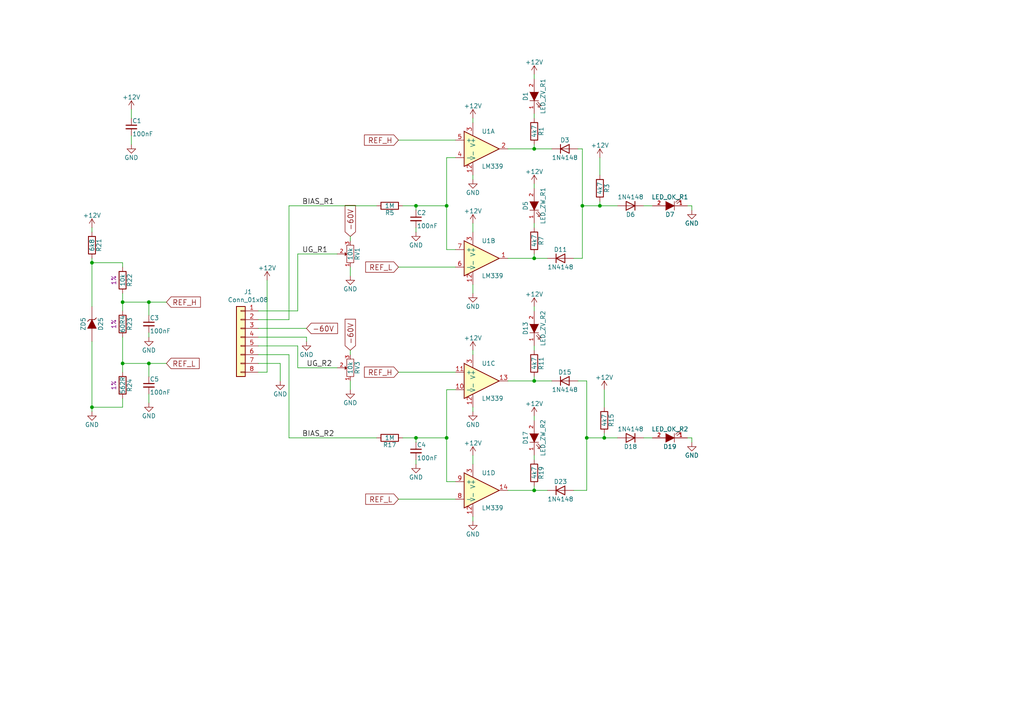
<source format=kicad_sch>
(kicad_sch (version 20211123) (generator eeschema)
  (paper "A4")
  (title_block (title "KT88 Bias Board") (date "2021-03-29") (rev "1.0") (company "Daniel Walter") (comment 1 "fordprfkt@googlemail.com"))
  (lib_symbols
    (symbol "Bias-rescue:LED-RESCUE-Bias" (pin_names (offset 1.016) hide)
      (property "Reference" "D" (at 0 2.54 0))
      (property "Value" "LED-RESCUE-Bias" (at 0 -2.54 0))
      (symbol "LED-RESCUE-Bias_0_1"
        (polyline (pts (xy -1.27 1.27) (xy -1.27 -1.27)))
        (polyline (pts (xy -2.032 -0.635) (xy -3.175 -1.651) (xy -3.048 -1.016)))
        (polyline (pts (xy -1.651 -1.016) (xy -2.794 -2.032) (xy -2.667 -1.397)))
        (polyline (pts (xy 1.27 1.27) (xy -1.27 0) (xy 1.27 -1.27)) (fill (type outline)))
      )
      (symbol "LED-RESCUE-Bias_1_1"
        (pin passive line (at -5.08 0 0) (length 3.81) (name "K") (number "1"))
        (pin passive line (at 5.08 0 180) (length 3.81) (name "A") (number "2"))
      )
    )
    (symbol "Bias-rescue:LM339"
      (property "Reference" "U" (at 0 5.08 0))
      (property "Value" "LM339" (at 0 -5.08 0))
      (symbol "LM339_0_1"
        (polyline (pts (xy -5.08 5.08) (xy 5.08 0) (xy -5.08 -5.08) (xy -5.08 5.08)) (stroke (width 0.254)) (fill (type background)))
        (pin power_in line (at -2.54 -7.62 90) (length 3.81) (name "V-") (number "12"))
        (pin power_in line (at -2.54 7.62 270) (length 3.81) (name "V+") (number "3"))
      )
      (symbol "LM339_1_1"
        (pin open_collector line (at 7.62 0 180) (length 2.54) (name "~") (number "2"))
        (pin input line (at -7.62 -2.54 0) (length 2.54) (name "-") (number "4"))
        (pin input line (at -7.62 2.54 0) (length 2.54) (name "+") (number "5"))
      )
      (symbol "LM339_2_1"
        (pin open_collector line (at 7.62 0 180) (length 2.54) (name "~") (number "1"))
        (pin input line (at -7.62 -2.54 0) (length 2.54) (name "-") (number "6"))
        (pin input line (at -7.62 2.54 0) (length 2.54) (name "+") (number "7"))
      )
      (symbol "LM339_3_1"
        (pin input line (at -7.62 -2.54 0) (length 2.54) (name "-") (number "10"))
        (pin input line (at -7.62 2.54 0) (length 2.54) (name "+") (number "11"))
        (pin open_collector line (at 7.62 0 180) (length 2.54) (name "~") (number "13"))
      )
      (symbol "LM339_4_1"
        (pin open_collector line (at 7.62 0 180) (length 2.54) (name "~") (number "14"))
        (pin input line (at -7.62 -2.54 0) (length 2.54) (name "-") (number "8"))
        (pin input line (at -7.62 2.54 0) (length 2.54) (name "+") (number "9"))
      )
    )
    (symbol "Bias-rescue:POT-RESCUE-Bias" (pin_names (offset 1.016) hide)
      (property "Reference" "RV" (at 0 -2.032 0))
      (property "Value" "POT-RESCUE-Bias" (at 0 0 0))
      (symbol "POT-RESCUE-Bias_0_1"
        (rectangle (start -2.54 1.016) (end 2.54 -1.016))
        (polyline (pts (xy 0 1.016) (xy -0.508 1.524) (xy 0.508 1.524)) (fill (type outline)))
      )
      (symbol "POT-RESCUE-Bias_1_1"
        (pin passive line (at -3.81 0 0) (length 1.27) (name "1") (number "1"))
        (pin passive line (at 0 3.81 270) (length 2.54) (name "2") (number "2"))
        (pin passive line (at 3.81 0 180) (length 1.27) (name "3") (number "3"))
      )
    )
    (symbol "Bias-rescue:ZENER" (pin_numbers hide) (pin_names (offset 1.016) hide)
      (property "Reference" "D" (at 0 2.54 0))
      (property "Value" "ZENER" (at 0 -2.54 0))
      (symbol "ZENER_0_1"
        (polyline (pts (xy -1.778 1.27) (xy -1.27 0.762) (xy -1.27 -0.762) (xy -0.762 -1.27) (xy -0.762 -1.27)) (stroke (width 0.2032)))
        (polyline (pts (xy -1.27 0) (xy 1.27 1.27) (xy 1.27 -1.27) (xy -1.27 0) (xy -1.27 0)) (fill (type outline)))
      )
      (symbol "ZENER_1_1"
        (pin passive line (at -5.08 0 0) (length 3.81) (name "K") (number "1"))
        (pin passive line (at 5.08 0 180) (length 3.81) (name "A") (number "2"))
      )
    )
    (symbol "Connector_Generic:Conn_01x08" (pin_names (offset 1.016) hide)
      (property "Reference" "J" (at 0 10.16 0))
      (property "Value" "Conn_01x08" (at 0 -12.7 0))
      (symbol "Conn_01x08_1_1"
        (rectangle (start -1.27 -10.033) (end 0 -10.287) (stroke (width 0.1524)))
        (rectangle (start -1.27 -7.493) (end 0 -7.747) (stroke (width 0.1524)))
        (rectangle (start -1.27 -4.953) (end 0 -5.207) (stroke (width 0.1524)))
        (rectangle (start -1.27 -2.413) (end 0 -2.667) (stroke (width 0.1524)))
        (rectangle (start -1.27 0.127) (end 0 -0.127) (stroke (width 0.1524)))
        (rectangle (start -1.27 2.667) (end 0 2.413) (stroke (width 0.1524)))
        (rectangle (start -1.27 5.207) (end 0 4.953) (stroke (width 0.1524)))
        (rectangle (start -1.27 7.747) (end 0 7.493) (stroke (width 0.1524)))
        (rectangle (start -1.27 8.89) (end 1.27 -11.43) (stroke (width 0.254)) (fill (type background)))
        (pin passive line (at -5.08 7.62 0) (length 3.81) (name "Pin_1") (number "1"))
        (pin passive line (at -5.08 5.08 0) (length 3.81) (name "Pin_2") (number "2"))
        (pin passive line (at -5.08 2.54 0) (length 3.81) (name "Pin_3") (number "3"))
        (pin passive line (at -5.08 0 0) (length 3.81) (name "Pin_4") (number "4"))
        (pin passive line (at -5.08 -2.54 0) (length 3.81) (name "Pin_5") (number "5"))
        (pin passive line (at -5.08 -5.08 0) (length 3.81) (name "Pin_6") (number "6"))
        (pin passive line (at -5.08 -7.62 0) (length 3.81) (name "Pin_7") (number "7"))
        (pin passive line (at -5.08 -10.16 0) (length 3.81) (name "Pin_8") (number "8"))
      )
    )
    (symbol "Device:C_Small" (pin_numbers hide) (pin_names (offset 0.254) hide)
      (property "Reference" "C" (at 0.254 1.778 0))
      (property "Value" "C_Small" (at 0.254 -2.032 0))
      (symbol "C_Small_0_1"
        (polyline (pts (xy -1.524 -0.508) (xy 1.524 -0.508)) (stroke (width 0.3302)))
        (polyline (pts (xy -1.524 0.508) (xy 1.524 0.508)) (stroke (width 0.3048)))
      )
      (symbol "C_Small_1_1"
        (pin passive line (at 0 2.54 270) (length 2.032) (name "~") (number "1"))
        (pin passive line (at 0 -2.54 90) (length 2.032) (name "~") (number "2"))
      )
    )
    (symbol "Device:D" (pin_numbers hide) (pin_names (offset 1.016) hide)
      (property "Reference" "D" (at 0 2.54 0))
      (property "Value" "D" (at 0 -2.54 0))
      (symbol "D_0_1"
        (polyline (pts (xy -1.27 1.27) (xy -1.27 -1.27)) (stroke (width 0.254)))
        (polyline (pts (xy 1.27 0) (xy -1.27 0)))
        (polyline (pts (xy 1.27 1.27) (xy 1.27 -1.27) (xy -1.27 0) (xy 1.27 1.27)) (stroke (width 0.254)))
      )
      (symbol "D_1_1"
        (pin passive line (at -3.81 0 0) (length 2.54) (name "K") (number "1"))
        (pin passive line (at 3.81 0 180) (length 2.54) (name "A") (number "2"))
      )
    )
    (symbol "Device:R" (pin_numbers hide) (pin_names (offset 0))
      (property "Reference" "R" (at 2.032 0 90))
      (property "Value" "R" (at 0 0 90))
      (symbol "R_0_1"
        (rectangle (start -1.016 -2.54) (end 1.016 2.54) (stroke (width 0.254)))
      )
      (symbol "R_1_1"
        (pin passive line (at 0 3.81 270) (length 1.27) (name "~") (number "1"))
        (pin passive line (at 0 -3.81 90) (length 1.27) (name "~") (number "2"))
      )
    )
    (symbol "power:+12V" (power) (pin_names (offset 0))
      (property "Value" "+12V" (at 0 3.556 0))
      (symbol "+12V_0_1"
        (polyline (pts (xy -0.762 1.27) (xy 0 2.54)))
        (polyline (pts (xy 0 0) (xy 0 2.54)))
        (polyline (pts (xy 0 2.54) (xy 0.762 1.27)))
      )
      (symbol "+12V_1_1"
        (pin power_in line (at 0 0 90) (length 0) hide (name "+12V") (number "1"))
      )
    )
    (symbol "power:GND" (power) (pin_names (offset 0))
      (property "Value" "GND" (at 0 -3.81 0))
      (symbol "GND_0_1"
        (polyline (pts (xy 0 0) (xy 0 -1.27) (xy 1.27 -1.27) (xy 0 -2.54) (xy -1.27 -1.27) (xy 0 -1.27)))
      )
      (symbol "GND_1_1"
        (pin power_in line (at 0 0 270) (length 0) hide (name "GND") (number "1"))
      )
    )
  )
  (junction (at 26.67 118.11))
  (junction (at 154.94 74.93))
  (junction (at 43.18 87.63))
  (junction (at 120.65 59.69))
  (junction (at 35.56 87.63))
  (junction (at 168.91 59.69))
  (junction (at 154.94 110.49))
  (junction (at 129.54 127))
  (junction (at 154.94 142.24))
  (junction (at 35.56 105.41))
  (junction (at 170.18 127))
  (junction (at 154.94 43.18))
  (junction (at 120.65 127))
  (junction (at 43.18 105.41))
  (junction (at 173.99 59.69))
  (junction (at 26.67 76.2))
  (junction (at 129.54 59.69))
  (junction (at 175.26 127))
  (wire (pts (xy 77.47 107.95) (xy 77.47 81.28)))
  (wire (pts (xy 168.91 74.93) (xy 166.37 74.93)))
  (wire (pts (xy 120.65 127) (xy 129.54 127)))
  (wire (pts (xy 35.56 115.57) (xy 35.56 118.11)))
  (wire (pts (xy 154.94 41.91) (xy 154.94 43.18)))
  (wire (pts (xy 43.18 105.41) (xy 48.26 105.41)))
  (wire (pts (xy 74.93 107.95) (xy 77.47 107.95)))
  (wire (pts (xy 154.94 74.93) (xy 158.75 74.93)))
  (wire (pts (xy 101.6 110.49) (xy 101.6 113.03)))
  (wire (pts (xy 173.99 50.8) (xy 173.99 45.72)))
  (wire (pts (xy 101.6 77.47) (xy 101.6 80.01)))
  (wire (pts (xy 83.82 92.71) (xy 74.93 92.71)))
  (wire (pts (xy 35.56 105.41) (xy 35.56 107.95)))
  (wire (pts (xy 170.18 110.49) (xy 170.18 127)))
  (wire (pts (xy 129.54 72.39) (xy 132.08 72.39)))
  (wire (pts (xy 154.94 140.97) (xy 154.94 142.24)))
  (wire (pts (xy 35.56 77.47) (xy 35.56 76.2)))
  (wire (pts (xy 129.54 59.69) (xy 129.54 72.39)))
  (wire (pts (xy 116.84 127) (xy 120.65 127)))
  (wire (pts (xy 137.16 151.13) (xy 137.16 149.86)))
  (wire (pts (xy 38.1 31.75) (xy 38.1 34.29)))
  (wire (pts (xy 186.69 59.69) (xy 189.23 59.69)))
  (wire (pts (xy 137.16 52.07) (xy 137.16 50.8)))
  (wire (pts (xy 115.57 107.95) (xy 132.08 107.95)))
  (wire (pts (xy 137.16 64.77) (xy 137.16 67.31)))
  (wire (pts (xy 74.93 100.33) (xy 86.36 100.33)))
  (wire (pts (xy 83.82 102.87) (xy 83.82 127)))
  (wire (pts (xy 129.54 45.72) (xy 129.54 59.69)))
  (wire (pts (xy 26.67 99.06) (xy 26.67 118.11)))
  (wire (pts (xy 26.67 66.04) (xy 26.67 67.31)))
  (wire (pts (xy 116.84 59.69) (xy 120.65 59.69)))
  (wire (pts (xy 175.26 118.11) (xy 175.26 113.03)))
  (wire (pts (xy 154.94 53.34) (xy 154.94 54.61)))
  (wire (pts (xy 101.6 68.58) (xy 101.6 69.85)))
  (wire (pts (xy 137.16 101.6) (xy 137.16 102.87)))
  (wire (pts (xy 74.93 102.87) (xy 83.82 102.87)))
  (wire (pts (xy 35.56 87.63) (xy 35.56 90.17)))
  (wire (pts (xy 115.57 77.47) (xy 132.08 77.47)))
  (wire (pts (xy 35.56 76.2) (xy 26.67 76.2)))
  (wire (pts (xy 154.94 73.66) (xy 154.94 74.93)))
  (wire (pts (xy 173.99 59.69) (xy 179.07 59.69)))
  (wire (pts (xy 137.16 85.09) (xy 137.16 82.55)))
  (wire (pts (xy 35.56 97.79) (xy 35.56 105.41)))
  (wire (pts (xy 200.66 127) (xy 200.66 128.27)))
  (wire (pts (xy 137.16 34.29) (xy 137.16 35.56)))
  (wire (pts (xy 83.82 127) (xy 109.22 127)))
  (wire (pts (xy 43.18 91.44) (xy 43.18 87.63)))
  (wire (pts (xy 173.99 58.42) (xy 173.99 59.69)))
  (wire (pts (xy 115.57 40.64) (xy 132.08 40.64)))
  (wire (pts (xy 154.94 101.6) (xy 154.94 100.33)))
  (wire (pts (xy 154.94 64.77) (xy 154.94 66.04)))
  (wire (pts (xy 186.69 127) (xy 189.23 127)))
  (wire (pts (xy 168.91 59.69) (xy 168.91 74.93)))
  (wire (pts (xy 132.08 45.72) (xy 129.54 45.72)))
  (wire (pts (xy 83.82 59.69) (xy 109.22 59.69)))
  (wire (pts (xy 120.65 59.69) (xy 129.54 59.69)))
  (wire (pts (xy 35.56 87.63) (xy 43.18 87.63)))
  (wire (pts (xy 170.18 127) (xy 170.18 142.24)))
  (wire (pts (xy 35.56 85.09) (xy 35.56 87.63)))
  (wire (pts (xy 154.94 120.65) (xy 154.94 121.92)))
  (wire (pts (xy 167.64 110.49) (xy 170.18 110.49)))
  (wire (pts (xy 132.08 113.03) (xy 129.54 113.03)))
  (wire (pts (xy 74.93 90.17) (xy 86.36 90.17)))
  (wire (pts (xy 147.32 74.93) (xy 154.94 74.93)))
  (wire (pts (xy 26.67 74.93) (xy 26.67 76.2)))
  (wire (pts (xy 115.57 144.78) (xy 132.08 144.78)))
  (wire (pts (xy 167.64 43.18) (xy 168.91 43.18)))
  (wire (pts (xy 35.56 118.11) (xy 26.67 118.11)))
  (wire (pts (xy 154.94 88.9) (xy 154.94 90.17)))
  (wire (pts (xy 168.91 59.69) (xy 173.99 59.69)))
  (wire (pts (xy 129.54 113.03) (xy 129.54 127)))
  (wire (pts (xy 38.1 39.37) (xy 38.1 41.91)))
  (wire (pts (xy 147.32 43.18) (xy 154.94 43.18)))
  (wire (pts (xy 147.32 110.49) (xy 154.94 110.49)))
  (wire (pts (xy 81.28 110.49) (xy 81.28 105.41)))
  (wire (pts (xy 154.94 132.08) (xy 154.94 133.35)))
  (wire (pts (xy 154.94 109.22) (xy 154.94 110.49)))
  (wire (pts (xy 199.39 59.69) (xy 200.66 59.69)))
  (wire (pts (xy 101.6 101.6) (xy 101.6 102.87)))
  (wire (pts (xy 154.94 142.24) (xy 158.75 142.24)))
  (wire (pts (xy 154.94 21.59) (xy 154.94 22.86)))
  (wire (pts (xy 129.54 127) (xy 129.54 139.7)))
  (wire (pts (xy 26.67 118.11) (xy 26.67 119.38)))
  (wire (pts (xy 120.65 66.04) (xy 120.65 67.31)))
  (wire (pts (xy 120.65 133.35) (xy 120.65 134.62)))
  (wire (pts (xy 26.67 76.2) (xy 26.67 88.9)))
  (wire (pts (xy 129.54 139.7) (xy 132.08 139.7)))
  (wire (pts (xy 199.39 127) (xy 200.66 127)))
  (wire (pts (xy 175.26 127) (xy 179.07 127)))
  (wire (pts (xy 170.18 142.24) (xy 166.37 142.24)))
  (wire (pts (xy 74.93 97.79) (xy 88.9 97.79)))
  (wire (pts (xy 137.16 132.08) (xy 137.16 134.62)))
  (wire (pts (xy 154.94 34.29) (xy 154.94 33.02)))
  (wire (pts (xy 86.36 106.68) (xy 97.79 106.68)))
  (wire (pts (xy 86.36 100.33) (xy 86.36 106.68)))
  (wire (pts (xy 83.82 59.69) (xy 83.82 92.71)))
  (wire (pts (xy 74.93 95.25) (xy 88.9 95.25)))
  (wire (pts (xy 120.65 128.27) (xy 120.65 127)))
  (wire (pts (xy 43.18 87.63) (xy 48.26 87.63)))
  (wire (pts (xy 175.26 125.73) (xy 175.26 127)))
  (wire (pts (xy 147.32 142.24) (xy 154.94 142.24)))
  (wire (pts (xy 168.91 43.18) (xy 168.91 59.69)))
  (wire (pts (xy 154.94 43.18) (xy 160.02 43.18)))
  (wire (pts (xy 170.18 127) (xy 175.26 127)))
  (wire (pts (xy 86.36 90.17) (xy 86.36 73.66)))
  (wire (pts (xy 88.9 97.79) (xy 88.9 99.06)))
  (wire (pts (xy 35.56 105.41) (xy 43.18 105.41)))
  (wire (pts (xy 120.65 60.96) (xy 120.65 59.69)))
  (wire (pts (xy 43.18 97.79) (xy 43.18 96.52)))
  (wire (pts (xy 200.66 59.69) (xy 200.66 60.96)))
  (wire (pts (xy 137.16 119.38) (xy 137.16 118.11)))
  (wire (pts (xy 43.18 116.84) (xy 43.18 114.3)))
  (wire (pts (xy 154.94 110.49) (xy 160.02 110.49)))
  (wire (pts (xy 81.28 105.41) (xy 74.93 105.41)))
  (wire (pts (xy 43.18 109.22) (xy 43.18 105.41)))
  (wire (pts (xy 86.36 73.66) (xy 97.79 73.66)))
  (label "UG_R1" (at 87.63 73.66 0) (effects (font (size 1.524 1.524))))
  (label "UG_R2" (at 88.9 106.68 0) (effects (font (size 1.524 1.524))))
  (label "BIAS_R2" (at 87.63 127 0) (effects (font (size 1.524 1.524))))
  (label "BIAS_R1" (at 87.63 59.69 0) (effects (font (size 1.524 1.524))))
  (global_label "REF_L" (shape input) (at 115.57 144.78 180) (effects (font (size 1.524 1.524))) (property "Intersheet References" "${INTERSHEET_REFS}" (effects hide)))
  (global_label "REF_L" (shape input) (at 48.26 105.41 0) (effects (font (size 1.524 1.524))) (property "Intersheet References" "${INTERSHEET_REFS}" (effects hide)))
  (global_label "REF_H" (shape input) (at 48.26 87.63 0) (effects (font (size 1.524 1.524))) (property "Intersheet References" "${INTERSHEET_REFS}" (effects hide)))
  (global_label "REF_H" (shape input) (at 115.57 107.95 180) (effects (font (size 1.524 1.524))) (property "Intersheet References" "${INTERSHEET_REFS}" (effects hide)))
  (global_label "REF_L" (shape input) (at 115.57 77.47 180) (effects (font (size 1.524 1.524))) (property "Intersheet References" "${INTERSHEET_REFS}" (effects hide)))
  (global_label "-60V" (shape input) (at 101.6 101.6 90) (effects (font (size 1.524 1.524))) (property "Intersheet References" "${INTERSHEET_REFS}" (effects hide)))
  (global_label "REF_H" (shape input) (at 115.57 40.64 180) (effects (font (size 1.524 1.524))) (property "Intersheet References" "${INTERSHEET_REFS}" (effects hide)))
  (global_label "-60V" (shape input) (at 88.9 95.25 0) (effects (font (size 1.524 1.524))) (property "Intersheet References" "${INTERSHEET_REFS}" (effects hide)))
  (global_label "-60V" (shape input) (at 101.6 68.58 90) (effects (font (size 1.524 1.524))) (property "Intersheet References" "${INTERSHEET_REFS}" (effects hide)))
  (symbol (lib_id "power:+12V") (at 38.1 31.75 0) (unit 1)
    (property "Reference" "#PWR03" (effects hide))
    (property "Value" "+12V" (at 38.1 28.194 0))
  )
  (symbol (lib_id "power:GND") (at 38.1 41.91 0) (unit 1)
    (property "Reference" "#PWR04" (effects hide))
    (property "Value" "GND" (at 38.1 45.72 0))
  )
  (symbol (lib_id "Bias-rescue:LM339") (at 139.7 43.18 0) (unit 1)
    (property "Reference" "U1" (at 139.7 38.1 0) (effects (justify left)))
    (property "Value" "LM339" (at 139.7 48.26 0) (effects (justify left)))
    (property "Footprint" "Package_DIP:DIP-14_W7.62mm" (effects hide))
  )
  (symbol (lib_id "Bias-rescue:LM339") (at 139.7 110.49 0) (unit 3)
    (property "Reference" "U1" (at 139.7 105.41 0) (effects (justify left)))
    (property "Value" "LM339" (at 139.7 115.57 0) (effects (justify left)))
    (property "Footprint" "Package_DIP:DIP-14_W7.62mm" (effects hide))
  )
  (symbol (lib_id "Device:R") (at 113.03 59.69 270) (unit 1)
    (property "Reference" "R5" (at 113.03 61.722 90))
    (property "Value" "1M" (at 113.03 59.69 90))
    (property "Footprint" "Resistor_THT:R_Axial_DIN0207_L6.3mm_D2.5mm_P10.16mm_Horizontal" (effects hide))
  )
  (symbol (lib_id "Device:C_Small") (at 120.65 63.5 0) (unit 1)
    (property "Reference" "C2" (at 120.904 61.722 0) (effects (justify left)))
    (property "Value" "100nF" (at 120.904 65.532 0) (effects (justify left)))
    (property "Footprint" "Capacitor_THT:C_Disc_D3.0mm_W2.0mm_P2.50mm" (effects hide))
  )
  (symbol (lib_id "power:GND") (at 137.16 52.07 0) (unit 1)
    (property "Reference" "#PWR015" (effects hide))
    (property "Value" "GND" (at 137.16 55.88 0))
  )
  (symbol (lib_id "power:+12V") (at 137.16 34.29 0) (unit 1)
    (property "Reference" "#PWR014" (effects hide))
    (property "Value" "+12V" (at 137.16 30.734 0))
  )
  (symbol (lib_id "Device:R") (at 154.94 38.1 0) (unit 1)
    (property "Reference" "R1" (at 156.972 38.1 90))
    (property "Value" "4k7" (at 154.94 38.1 90))
    (property "Footprint" "Resistor_THT:R_Axial_DIN0207_L6.3mm_D2.5mm_P10.16mm_Horizontal" (effects hide))
  )
  (symbol (lib_id "Bias-rescue:LED-RESCUE-Bias") (at 154.94 27.94 90) (unit 1)
    (property "Reference" "D1" (at 152.4 27.94 0))
    (property "Value" "LED_ZV_R1" (at 157.48 27.94 0))
    (property "Footprint" "LED_THT:LED_D3.0mm" (effects hide))
  )
  (symbol (lib_id "power:+12V") (at 154.94 21.59 0) (unit 1)
    (property "Reference" "#PWR022" (effects hide))
    (property "Value" "+12V" (at 154.94 18.034 0))
  )
  (symbol (lib_id "Device:R") (at 154.94 69.85 0) (unit 1)
    (property "Reference" "R7" (at 156.972 69.85 90))
    (property "Value" "4k7" (at 154.94 69.85 90))
    (property "Footprint" "Resistor_THT:R_Axial_DIN0207_L6.3mm_D2.5mm_P10.16mm_Horizontal" (effects hide))
  )
  (symbol (lib_id "Bias-rescue:LED-RESCUE-Bias") (at 154.94 59.69 90) (unit 1)
    (property "Reference" "D5" (at 152.4 59.69 0))
    (property "Value" "LED_ZW_R1" (at 157.48 59.69 0))
    (property "Footprint" "LED_THT:LED_D3.0mm" (effects hide))
  )
  (symbol (lib_id "power:+12V") (at 154.94 53.34 0) (unit 1)
    (property "Reference" "#PWR023" (effects hide))
    (property "Value" "+12V" (at 154.94 49.784 0))
  )
  (symbol (lib_id "Device:D") (at 163.83 43.18 0) (unit 1)
    (property "Reference" "D3" (at 163.83 40.64 0))
    (property "Value" "1N4148" (at 163.83 45.72 0))
    (property "Footprint" "Diode_THT:D_DO-35_SOD27_P10.16mm_Horizontal" (effects hide))
  )
  (symbol (lib_id "Device:D") (at 162.56 74.93 0) (unit 1)
    (property "Reference" "D11" (at 162.56 72.39 0))
    (property "Value" "1N4148" (at 162.56 77.47 0))
    (property "Footprint" "Diode_THT:D_DO-35_SOD27_P10.16mm_Horizontal" (effects hide))
  )
  (symbol (lib_id "Device:R") (at 173.99 54.61 0) (unit 1)
    (property "Reference" "R3" (at 176.022 54.61 90))
    (property "Value" "4k7" (at 173.99 54.61 90))
    (property "Footprint" "Resistor_THT:R_Axial_DIN0207_L6.3mm_D2.5mm_P10.16mm_Horizontal" (effects hide))
  )
  (symbol (lib_id "Bias-rescue:LED-RESCUE-Bias") (at 194.31 59.69 180) (unit 1)
    (property "Reference" "D7" (at 194.31 62.23 0))
    (property "Value" "LED_OK_R1" (at 194.31 57.15 0))
    (property "Footprint" "LED_THT:LED_D3.0mm" (effects hide))
  )
  (symbol (lib_id "Device:D") (at 182.88 59.69 180) (unit 1)
    (property "Reference" "D6" (at 182.88 62.23 0))
    (property "Value" "1N4148" (at 182.88 57.15 0))
    (property "Footprint" "Diode_THT:D_DO-35_SOD27_P10.16mm_Horizontal" (effects hide))
  )
  (symbol (lib_id "power:GND") (at 200.66 60.96 0) (unit 1)
    (property "Reference" "#PWR028" (effects hide))
    (property "Value" "GND" (at 200.66 64.77 0))
  )
  (symbol (lib_id "power:+12V") (at 173.99 45.72 0) (unit 1)
    (property "Reference" "#PWR026" (effects hide))
    (property "Value" "+12V" (at 173.99 42.164 0))
  )
  (symbol (lib_id "Device:R") (at 113.03 127 270) (unit 1)
    (property "Reference" "R17" (at 113.03 129.032 90))
    (property "Value" "1M" (at 113.03 127 90))
    (property "Footprint" "Resistor_THT:R_Axial_DIN0207_L6.3mm_D2.5mm_P10.16mm_Horizontal" (effects hide))
  )
  (symbol (lib_id "Device:C_Small") (at 120.65 130.81 0) (unit 1)
    (property "Reference" "C4" (at 120.904 129.032 0) (effects (justify left)))
    (property "Value" "100nF" (at 120.904 132.842 0) (effects (justify left)))
    (property "Footprint" "Capacitor_THT:C_Disc_D3.0mm_W2.0mm_P2.50mm" (effects hide))
  )
  (symbol (lib_id "power:GND") (at 137.16 119.38 0) (unit 1)
    (property "Reference" "#PWR019" (effects hide))
    (property "Value" "GND" (at 137.16 123.19 0))
  )
  (symbol (lib_id "power:+12V") (at 137.16 101.6 0) (unit 1)
    (property "Reference" "#PWR018" (effects hide))
    (property "Value" "+12V" (at 137.16 98.044 0))
  )
  (symbol (lib_id "Device:R") (at 154.94 105.41 0) (unit 1)
    (property "Reference" "R11" (at 156.972 105.41 90))
    (property "Value" "4k7" (at 154.94 105.41 90))
    (property "Footprint" "Resistor_THT:R_Axial_DIN0207_L6.3mm_D2.5mm_P10.16mm_Horizontal" (effects hide))
  )
  (symbol (lib_id "Bias-rescue:LED-RESCUE-Bias") (at 154.94 95.25 90) (unit 1)
    (property "Reference" "D13" (at 152.4 95.25 0))
    (property "Value" "LED_ZV_R2" (at 157.48 95.25 0))
    (property "Footprint" "LED_THT:LED_D3.0mm" (effects hide))
  )
  (symbol (lib_id "power:+12V") (at 154.94 88.9 0) (unit 1)
    (property "Reference" "#PWR024" (effects hide))
    (property "Value" "+12V" (at 154.94 85.344 0))
  )
  (symbol (lib_id "Device:R") (at 154.94 137.16 0) (unit 1)
    (property "Reference" "R19" (at 156.972 137.16 90))
    (property "Value" "4k7" (at 154.94 137.16 90))
    (property "Footprint" "Resistor_THT:R_Axial_DIN0207_L6.3mm_D2.5mm_P10.16mm_Horizontal" (effects hide))
  )
  (symbol (lib_id "Bias-rescue:LED-RESCUE-Bias") (at 154.94 127 90) (unit 1)
    (property "Reference" "D17" (at 152.4 127 0))
    (property "Value" "LED_ZW_R2" (at 157.48 127 0))
    (property "Footprint" "LED_THT:LED_D3.0mm" (effects hide))
  )
  (symbol (lib_id "power:+12V") (at 154.94 120.65 0) (unit 1)
    (property "Reference" "#PWR025" (effects hide))
    (property "Value" "+12V" (at 154.94 117.094 0))
  )
  (symbol (lib_id "Device:D") (at 163.83 110.49 0) (unit 1)
    (property "Reference" "D15" (at 163.83 107.95 0))
    (property "Value" "1N4148" (at 163.83 113.03 0))
    (property "Footprint" "Diode_THT:D_DO-35_SOD27_P10.16mm_Horizontal" (effects hide))
  )
  (symbol (lib_id "Device:D") (at 162.56 142.24 0) (unit 1)
    (property "Reference" "D23" (at 162.56 139.7 0))
    (property "Value" "1N4148" (at 162.56 144.78 0))
    (property "Footprint" "Diode_THT:D_DO-35_SOD27_P10.16mm_Horizontal" (effects hide))
  )
  (symbol (lib_id "Device:R") (at 175.26 121.92 0) (unit 1)
    (property "Reference" "R15" (at 177.292 121.92 90))
    (property "Value" "4k7" (at 175.26 121.92 90))
    (property "Footprint" "Resistor_THT:R_Axial_DIN0207_L6.3mm_D2.5mm_P10.16mm_Horizontal" (effects hide))
  )
  (symbol (lib_id "Bias-rescue:LED-RESCUE-Bias") (at 194.31 127 180) (unit 1)
    (property "Reference" "D19" (at 194.31 129.54 0))
    (property "Value" "LED_OK_R2" (at 194.31 124.46 0))
    (property "Footprint" "LED_THT:LED_D3.0mm" (effects hide))
  )
  (symbol (lib_id "Device:D") (at 182.88 127 180) (unit 1)
    (property "Reference" "D18" (at 182.88 129.54 0))
    (property "Value" "1N4148" (at 182.88 124.46 0))
    (property "Footprint" "Diode_THT:D_DO-35_SOD27_P10.16mm_Horizontal" (effects hide))
  )
  (symbol (lib_id "power:GND") (at 200.66 128.27 0) (unit 1)
    (property "Reference" "#PWR029" (effects hide))
    (property "Value" "GND" (at 200.66 132.08 0))
  )
  (symbol (lib_id "power:+12V") (at 175.26 113.03 0) (unit 1)
    (property "Reference" "#PWR027" (effects hide))
    (property "Value" "+12V" (at 175.26 109.474 0))
  )
  (symbol (lib_id "Bias-rescue:POT-RESCUE-Bias") (at 101.6 73.66 90) (unit 1)
    (property "Reference" "RV1" (at 103.632 73.66 0))
    (property "Value" "10k" (at 101.6 73.66 0))
    (property "Footprint" "Potentiometer_THT:Potentiometer_Piher_PT-10-V10_Vertical_Hole" (effects hide))
  )
  (symbol (lib_id "Bias-rescue:POT-RESCUE-Bias") (at 101.6 106.68 90) (unit 1)
    (property "Reference" "RV3" (at 103.632 106.68 0))
    (property "Value" "10k" (at 101.6 106.68 0))
    (property "Footprint" "Potentiometer_THT:Potentiometer_Piher_PT-10-V10_Vertical_Hole" (effects hide))
  )
  (symbol (lib_id "power:GND") (at 120.65 134.62 0) (unit 1)
    (property "Reference" "#PWR013" (effects hide))
    (property "Value" "GND" (at 120.65 138.43 0))
  )
  (symbol (lib_id "power:GND") (at 120.65 67.31 0) (unit 1)
    (property "Reference" "#PWR012" (effects hide))
    (property "Value" "GND" (at 120.65 71.12 0))
  )
  (symbol (lib_id "power:+12V") (at 26.67 66.04 0) (unit 1)
    (property "Reference" "#PWR01" (effects hide))
    (property "Value" "+12V" (at 26.67 62.484 0))
  )
  (symbol (lib_id "Device:R") (at 26.67 71.12 0) (unit 1)
    (property "Reference" "R21" (at 28.702 71.12 90))
    (property "Value" "6k8" (at 26.67 71.12 90))
    (property "Footprint" "Resistor_THT:R_Axial_DIN0207_L6.3mm_D2.5mm_P10.16mm_Horizontal" (effects hide))
  )
  (symbol (lib_id "Bias-rescue:ZENER") (at 26.67 93.98 270) (unit 1)
    (property "Reference" "D25" (at 29.21 93.98 0))
    (property "Value" "ZD5" (at 24.13 93.98 0))
    (property "Footprint" "Diode_THT:D_DO-41_SOD81_P10.16mm_Horizontal" (effects hide))
  )
  (symbol (lib_id "Device:R") (at 35.56 81.28 0) (unit 1)
    (property "Reference" "R22" (at 37.592 81.28 90))
    (property "Value" "10k" (at 35.56 81.28 90))
    (property "Footprint" "Resistor_THT:R_Axial_DIN0207_L6.3mm_D2.5mm_P10.16mm_Horizontal" (effects hide))
    (property "Tolerance" "1%" (at 33.02 81.28 90))
  )
  (symbol (lib_id "Device:R") (at 35.56 93.98 0) (unit 1)
    (property "Reference" "R23" (at 37.592 93.98 90))
    (property "Value" "60R4" (at 35.56 93.98 90))
    (property "Footprint" "Resistor_THT:R_Axial_DIN0207_L6.3mm_D2.5mm_P10.16mm_Horizontal" (effects hide))
    (property "Tolerance" "1%" (at 33.02 93.98 90))
  )
  (symbol (lib_id "Device:R") (at 35.56 111.76 0) (unit 1)
    (property "Reference" "R24" (at 37.592 111.76 90))
    (property "Value" "562R" (at 35.56 111.76 90))
    (property "Footprint" "Resistor_THT:R_Axial_DIN0207_L6.3mm_D2.5mm_P10.16mm_Horizontal" (effects hide))
    (property "Tolerance" "1%" (at 33.02 111.76 90))
  )
  (symbol (lib_id "power:GND") (at 26.67 119.38 0) (unit 1)
    (property "Reference" "#PWR02" (effects hide))
    (property "Value" "GND" (at 26.67 123.19 0))
  )
  (symbol (lib_id "power:+12V") (at 137.16 132.08 0) (unit 1)
    (property "Reference" "#PWR020" (effects hide))
    (property "Value" "+12V" (at 137.16 128.524 0))
  )
  (symbol (lib_id "power:GND") (at 137.16 151.13 0) (unit 1)
    (property "Reference" "#PWR021" (effects hide))
    (property "Value" "GND" (at 137.16 154.94 0))
  )
  (symbol (lib_id "power:GND") (at 137.16 85.09 0) (unit 1)
    (property "Reference" "#PWR017" (effects hide))
    (property "Value" "GND" (at 137.16 88.9 0))
  )
  (symbol (lib_id "power:+12V") (at 137.16 64.77 0) (unit 1)
    (property "Reference" "#PWR016" (effects hide))
    (property "Value" "+12V" (at 137.16 61.214 0))
  )
  (symbol (lib_id "Device:C_Small") (at 38.1 36.83 0) (unit 1)
    (property "Reference" "C1" (at 38.354 35.052 0) (effects (justify left)))
    (property "Value" "100nF" (at 38.354 38.862 0) (effects (justify left)))
    (property "Footprint" "Capacitor_THT:C_Disc_D3.0mm_W2.0mm_P2.50mm" (effects hide))
  )
  (symbol (lib_id "Bias-rescue:LM339") (at 139.7 74.93 0) (unit 2)
    (property "Reference" "U1" (at 139.7 69.85 0) (effects (justify left)))
    (property "Value" "LM339" (at 139.7 80.01 0) (effects (justify left)))
    (property "Footprint" "Package_DIP:DIP-14_W7.62mm" (effects hide))
  )
  (symbol (lib_id "Bias-rescue:LM339") (at 139.7 142.24 0) (unit 4)
    (property "Reference" "U1" (at 139.7 137.16 0) (effects (justify left)))
    (property "Value" "LM339" (at 139.7 147.32 0) (effects (justify left)))
    (property "Footprint" "Package_DIP:DIP-14_W7.62mm" (effects hide))
  )
  (symbol (lib_id "Device:C_Small") (at 43.18 111.76 0) (unit 1)
    (property "Reference" "C5" (at 43.434 109.982 0) (effects (justify left)))
    (property "Value" "100nF" (at 43.434 113.792 0) (effects (justify left)))
    (property "Footprint" "Capacitor_THT:C_Disc_D3.0mm_W2.0mm_P2.50mm" (effects hide))
  )
  (symbol (lib_id "Device:C_Small") (at 43.18 93.98 0) (unit 1)
    (property "Reference" "C3" (at 43.434 92.202 0) (effects (justify left)))
    (property "Value" "100nF" (at 43.434 96.012 0) (effects (justify left)))
    (property "Footprint" "Capacitor_THT:C_Disc_D3.0mm_W2.0mm_P2.50mm" (effects hide))
  )
  (symbol (lib_id "power:GND") (at 43.18 116.84 0) (unit 1)
    (property "Reference" "#PWR06" (effects hide))
    (property "Value" "GND" (at 43.18 120.65 0))
  )
  (symbol (lib_id "power:GND") (at 43.18 97.79 0) (unit 1)
    (property "Reference" "#PWR05" (effects hide))
    (property "Value" "GND" (at 43.18 101.6 0))
  )
  (symbol (lib_id "Connector_Generic:Conn_01x08") (at 69.85 97.79 0) (mirror y) (unit 1)
    (property "Reference" "J1" (at 71.9328 84.6582 0))
    (property "Value" "Conn_01x08" (at 71.9328 86.9696 0))
    (property "Footprint" "Connector_PinHeader_2.54mm:PinHeader_2x04_P2.54mm_Vertical" (effects hide))
  )
  (symbol (lib_id "power:GND") (at 81.28 110.49 0) (unit 1)
    (property "Reference" "#PWR0101" (effects hide))
    (property "Value" "GND" (at 81.28 114.3 0))
  )
  (symbol (lib_id "power:+12V") (at 77.47 81.28 0) (unit 1)
    (property "Reference" "#PWR0102" (effects hide))
    (property "Value" "+12V" (at 77.47 77.724 0))
  )
  (symbol (lib_id "power:GND") (at 88.9 99.06 0) (unit 1)
    (property "Reference" "#PWR0103" (effects hide))
    (property "Value" "GND" (at 88.9 102.87 0))
  )
  (symbol (lib_id "power:GND") (at 101.6 80.01 0) (unit 1)
    (property "Reference" "#PWR0104" (effects hide))
    (property "Value" "GND" (at 101.6 83.82 0))
  )
  (symbol (lib_id "power:GND") (at 101.6 113.03 0) (unit 1)
    (property "Reference" "#PWR0105" (effects hide))
    (property "Value" "GND" (at 101.6 116.84 0))
  )
)
</source>
